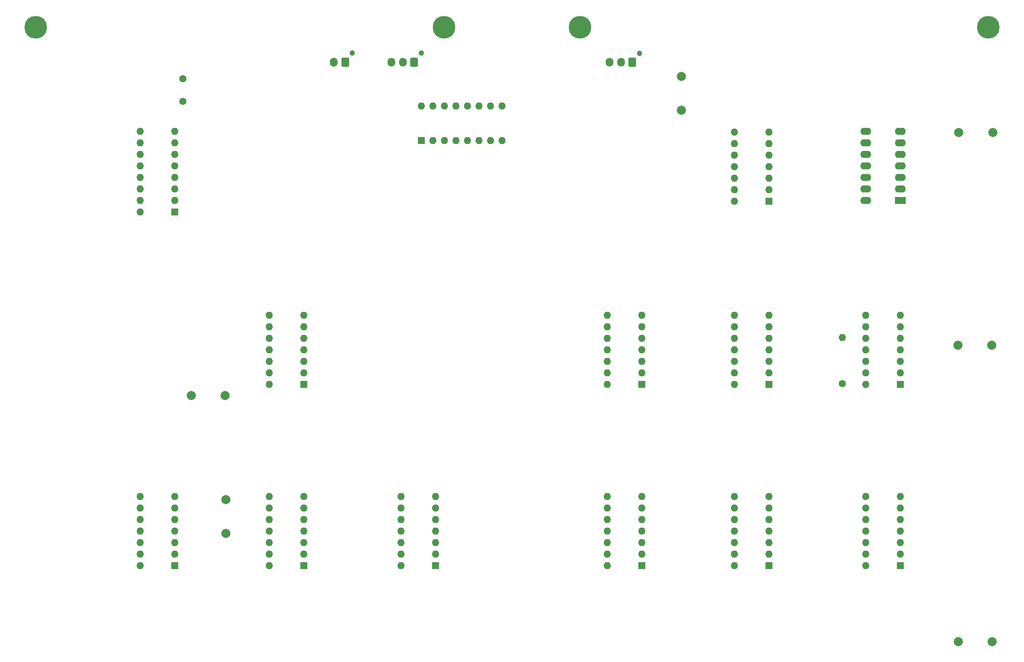
<source format=gbr>
%TF.GenerationSoftware,KiCad,Pcbnew,(6.0.4-0)*%
%TF.CreationDate,2024-04-06T09:11:41+11:00*%
%TF.ProjectId,PC and ADDER 74LS74 MOD,50432061-6e64-4204-9144-444552203734,rev?*%
%TF.SameCoordinates,Original*%
%TF.FileFunction,Soldermask,Top*%
%TF.FilePolarity,Negative*%
%FSLAX46Y46*%
G04 Gerber Fmt 4.6, Leading zero omitted, Abs format (unit mm)*
G04 Created by KiCad (PCBNEW (6.0.4-0)) date 2024-04-06 09:11:41*
%MOMM*%
%LPD*%
G01*
G04 APERTURE LIST*
G04 Aperture macros list*
%AMRoundRect*
0 Rectangle with rounded corners*
0 $1 Rounding radius*
0 $2 $3 $4 $5 $6 $7 $8 $9 X,Y pos of 4 corners*
0 Add a 4 corners polygon primitive as box body*
4,1,4,$2,$3,$4,$5,$6,$7,$8,$9,$2,$3,0*
0 Add four circle primitives for the rounded corners*
1,1,$1+$1,$2,$3*
1,1,$1+$1,$4,$5*
1,1,$1+$1,$6,$7*
1,1,$1+$1,$8,$9*
0 Add four rect primitives between the rounded corners*
20,1,$1+$1,$2,$3,$4,$5,0*
20,1,$1+$1,$4,$5,$6,$7,0*
20,1,$1+$1,$6,$7,$8,$9,0*
20,1,$1+$1,$8,$9,$2,$3,0*%
G04 Aperture macros list end*
%ADD10R,1.600000X1.600000*%
%ADD11O,1.600000X1.600000*%
%ADD12C,1.600000*%
%ADD13C,5.000000*%
%ADD14C,1.200000*%
%ADD15RoundRect,0.250000X0.600000X0.725000X-0.600000X0.725000X-0.600000X-0.725000X0.600000X-0.725000X0*%
%ADD16O,1.700000X1.950000*%
%ADD17C,2.000000*%
%ADD18RoundRect,0.250000X0.600000X0.750000X-0.600000X0.750000X-0.600000X-0.750000X0.600000X-0.750000X0*%
%ADD19O,1.700000X2.000000*%
%ADD20R,2.400000X1.600000*%
%ADD21O,2.400000X1.600000*%
G04 APERTURE END LIST*
D10*
%TO.C,U5*%
X99120000Y-101740000D03*
D11*
X99120000Y-99200000D03*
X99120000Y-96660000D03*
X99120000Y-94120000D03*
X99120000Y-91580000D03*
X99120000Y-89040000D03*
X99120000Y-86500000D03*
X91500000Y-86500000D03*
X91500000Y-89040000D03*
X91500000Y-91580000D03*
X91500000Y-94120000D03*
X91500000Y-96660000D03*
X91500000Y-99200000D03*
X91500000Y-101740000D03*
%TD*%
D10*
%TO.C,U6*%
X173620000Y-101740000D03*
D11*
X173620000Y-99200000D03*
X173620000Y-96660000D03*
X173620000Y-94120000D03*
X173620000Y-91580000D03*
X173620000Y-89040000D03*
X173620000Y-86500000D03*
X166000000Y-86500000D03*
X166000000Y-89040000D03*
X166000000Y-91580000D03*
X166000000Y-94120000D03*
X166000000Y-96660000D03*
X166000000Y-99200000D03*
X166000000Y-101740000D03*
%TD*%
D10*
%TO.C,U9*%
X70620000Y-141740000D03*
D11*
X70620000Y-139200000D03*
X70620000Y-136660000D03*
X70620000Y-134120000D03*
X70620000Y-131580000D03*
X70620000Y-129040000D03*
X70620000Y-126500000D03*
X63000000Y-126500000D03*
X63000000Y-129040000D03*
X63000000Y-131580000D03*
X63000000Y-134120000D03*
X63000000Y-136660000D03*
X63000000Y-139200000D03*
X63000000Y-141740000D03*
%TD*%
D10*
%TO.C,U10*%
X99120000Y-141740000D03*
D11*
X99120000Y-139200000D03*
X99120000Y-136660000D03*
X99120000Y-134120000D03*
X99120000Y-131580000D03*
X99120000Y-129040000D03*
X99120000Y-126500000D03*
X91500000Y-126500000D03*
X91500000Y-129040000D03*
X91500000Y-131580000D03*
X91500000Y-134120000D03*
X91500000Y-136660000D03*
X91500000Y-139200000D03*
X91500000Y-141740000D03*
%TD*%
D10*
%TO.C,U11*%
X128120000Y-141740000D03*
D11*
X128120000Y-139200000D03*
X128120000Y-136660000D03*
X128120000Y-134120000D03*
X128120000Y-131580000D03*
X128120000Y-129040000D03*
X128120000Y-126500000D03*
X120500000Y-126500000D03*
X120500000Y-129040000D03*
X120500000Y-131580000D03*
X120500000Y-134120000D03*
X120500000Y-136660000D03*
X120500000Y-139200000D03*
X120500000Y-141740000D03*
%TD*%
D10*
%TO.C,U12*%
X173620000Y-141740000D03*
D11*
X173620000Y-139200000D03*
X173620000Y-136660000D03*
X173620000Y-134120000D03*
X173620000Y-131580000D03*
X173620000Y-129040000D03*
X173620000Y-126500000D03*
X166000000Y-126500000D03*
X166000000Y-129040000D03*
X166000000Y-131580000D03*
X166000000Y-134120000D03*
X166000000Y-136660000D03*
X166000000Y-139200000D03*
X166000000Y-141740000D03*
%TD*%
D10*
%TO.C,U13*%
X201620000Y-141740000D03*
D11*
X201620000Y-139200000D03*
X201620000Y-136660000D03*
X201620000Y-134120000D03*
X201620000Y-131580000D03*
X201620000Y-129040000D03*
X201620000Y-126500000D03*
X194000000Y-126500000D03*
X194000000Y-129040000D03*
X194000000Y-131580000D03*
X194000000Y-134120000D03*
X194000000Y-136660000D03*
X194000000Y-139200000D03*
X194000000Y-141740000D03*
%TD*%
D10*
%TO.C,U14*%
X230620000Y-141740000D03*
D11*
X230620000Y-139200000D03*
X230620000Y-136660000D03*
X230620000Y-134120000D03*
X230620000Y-131580000D03*
X230620000Y-129040000D03*
X230620000Y-126500000D03*
X223000000Y-126500000D03*
X223000000Y-129040000D03*
X223000000Y-131580000D03*
X223000000Y-134120000D03*
X223000000Y-136660000D03*
X223000000Y-139200000D03*
X223000000Y-141740000D03*
%TD*%
D10*
%TO.C,U1*%
X70620000Y-63780000D03*
D11*
X70620000Y-61240000D03*
X70620000Y-58700000D03*
X70620000Y-56160000D03*
X70620000Y-53620000D03*
X70620000Y-51080000D03*
X70620000Y-48540000D03*
X70620000Y-46000000D03*
X63000000Y-46000000D03*
X63000000Y-48540000D03*
X63000000Y-51080000D03*
X63000000Y-53620000D03*
X63000000Y-56160000D03*
X63000000Y-58700000D03*
X63000000Y-61240000D03*
X63000000Y-63780000D03*
%TD*%
D10*
%TO.C,U2*%
X125000000Y-48000000D03*
D11*
X127540000Y-48000000D03*
X130080000Y-48000000D03*
X132620000Y-48000000D03*
X135160000Y-48000000D03*
X137700000Y-48000000D03*
X140240000Y-48000000D03*
X142780000Y-48000000D03*
X142780000Y-40380000D03*
X140240000Y-40380000D03*
X137700000Y-40380000D03*
X135160000Y-40380000D03*
X132620000Y-40380000D03*
X130080000Y-40380000D03*
X127540000Y-40380000D03*
X125000000Y-40380000D03*
%TD*%
D10*
%TO.C,U7*%
X201620000Y-101740000D03*
D11*
X201620000Y-99200000D03*
X201620000Y-96660000D03*
X201620000Y-94120000D03*
X201620000Y-91580000D03*
X201620000Y-89040000D03*
X201620000Y-86500000D03*
X194000000Y-86500000D03*
X194000000Y-89040000D03*
X194000000Y-91580000D03*
X194000000Y-94120000D03*
X194000000Y-96660000D03*
X194000000Y-99200000D03*
X194000000Y-101740000D03*
%TD*%
D12*
%TO.C,R2*%
X217805000Y-101600000D03*
D11*
X217805000Y-91440000D03*
%TD*%
D10*
%TO.C,U8*%
X230620000Y-101740000D03*
D11*
X230620000Y-99200000D03*
X230620000Y-96660000D03*
X230620000Y-94120000D03*
X230620000Y-91580000D03*
X230620000Y-89040000D03*
X230620000Y-86500000D03*
X223000000Y-86500000D03*
X223000000Y-89040000D03*
X223000000Y-91580000D03*
X223000000Y-94120000D03*
X223000000Y-96660000D03*
X223000000Y-99200000D03*
X223000000Y-101740000D03*
%TD*%
D12*
%TO.C,C5*%
X72390000Y-39370000D03*
X72390000Y-34370000D03*
%TD*%
D10*
%TO.C,U3*%
X201620000Y-61340000D03*
D11*
X201620000Y-58800000D03*
X201620000Y-56260000D03*
X201620000Y-53720000D03*
X201620000Y-51180000D03*
X201620000Y-48640000D03*
X201620000Y-46100000D03*
X194000000Y-46100000D03*
X194000000Y-48640000D03*
X194000000Y-51180000D03*
X194000000Y-53720000D03*
X194000000Y-56260000D03*
X194000000Y-58800000D03*
X194000000Y-61340000D03*
%TD*%
D13*
%TO.C,H1*%
X40000000Y-23000000D03*
X130000000Y-23000000D03*
%TD*%
%TO.C,H2*%
X160000000Y-23000000D03*
X250000000Y-23000000D03*
%TD*%
D14*
%TO.C,J3*%
X125000000Y-28700000D03*
D15*
X123400000Y-30700000D03*
D16*
X120900000Y-30700000D03*
X118400000Y-30700000D03*
%TD*%
D17*
%TO.C,C1*%
X81900000Y-134650000D03*
X81900000Y-127150000D03*
%TD*%
%TO.C,C3*%
X81750000Y-104200000D03*
X74250000Y-104200000D03*
%TD*%
%TO.C,C5*%
X243250000Y-93100000D03*
X250750000Y-93100000D03*
%TD*%
%TO.C,C4*%
X182300000Y-41350000D03*
X182300000Y-33850000D03*
%TD*%
D14*
%TO.C,J4*%
X109800000Y-28700000D03*
D18*
X108200000Y-30700000D03*
D19*
X105700000Y-30700000D03*
%TD*%
D17*
%TO.C,C2*%
X243450000Y-46200000D03*
X250950000Y-46200000D03*
%TD*%
%TO.C,C6*%
X243350000Y-158500000D03*
X250850000Y-158500000D03*
%TD*%
D14*
%TO.C,J2*%
X173100000Y-28750000D03*
D15*
X171500000Y-30750000D03*
D16*
X169000000Y-30750000D03*
X166500000Y-30750000D03*
%TD*%
D20*
%TO.C,U4*%
X230625000Y-61225000D03*
D21*
X230625000Y-58685000D03*
X230625000Y-56145000D03*
X230625000Y-53605000D03*
X230625000Y-51065000D03*
X230625000Y-48525000D03*
X230625000Y-45985000D03*
X223005000Y-45985000D03*
X223005000Y-48525000D03*
X223005000Y-51065000D03*
X223005000Y-53605000D03*
X223005000Y-56145000D03*
X223005000Y-58685000D03*
X223005000Y-61225000D03*
%TD*%
M02*

</source>
